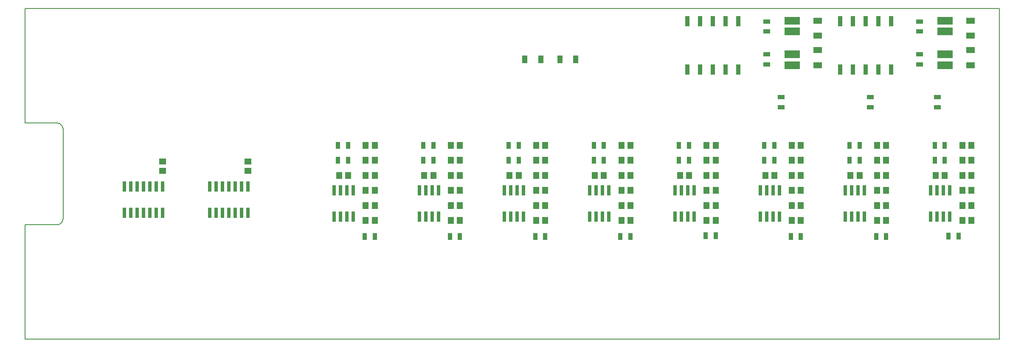
<source format=gbr>
G04 PROTEUS GERBER X2 FILE*
%TF.GenerationSoftware,Labcenter,Proteus,8.12-SP0-Build30713*%
%TF.CreationDate,2021-04-15T12:14:11+00:00*%
%TF.FileFunction,Paste,Bot*%
%TF.FilePolarity,Positive*%
%TF.Part,Single*%
%TF.SameCoordinates,{5a193cc5-51b4-4a6d-ad6d-b15ded965af5}*%
%FSLAX26Y26*%
%MOIN*%
G01*
%TA.AperFunction,Material*%
%ADD46R,0.045000X0.057000*%
%ADD47R,0.037000X0.057000*%
%TA.AperFunction,Material*%
%ADD48R,0.025000X0.080000*%
%TA.AperFunction,Material*%
%ADD49R,0.035433X0.083465*%
%TA.AperFunction,Material*%
%ADD50R,0.071000X0.045000*%
%ADD51R,0.120000X0.060000*%
%ADD52R,0.057000X0.037000*%
%ADD53R,0.057000X0.045000*%
%ADD54R,0.040000X0.060000*%
%TA.AperFunction,Profile*%
%ADD71C,0.008000*%
%TD.AperFunction*%
D46*
X+4960535Y+124071D03*
X+5031402Y+124071D03*
X+4822740Y-112150D03*
X+4751874Y-112150D03*
X+4960535Y+5961D03*
X+5031402Y+5961D03*
X+4960535Y-466480D03*
X+5031402Y-466480D03*
X+4960535Y-348370D03*
X+5031402Y-348370D03*
X+5031402Y-230260D03*
X+4960535Y-230260D03*
D47*
X+4822740Y+124071D03*
X+4744000Y+124071D03*
X+4822740Y+5961D03*
X+4744000Y+5961D03*
D48*
X+4712535Y-230260D03*
X+4762535Y-230260D03*
X+4812535Y-230260D03*
X+4862535Y-230260D03*
X+4862535Y-435260D03*
X+4812535Y-435260D03*
X+4762535Y-435260D03*
X+4712535Y-435260D03*
D46*
X+4960535Y-112150D03*
X+5031402Y-112150D03*
X+4291244Y+124071D03*
X+4362110Y+124071D03*
X+4153449Y-112150D03*
X+4082583Y-112150D03*
X+4291244Y+5961D03*
X+4362110Y+5961D03*
X+4291244Y-466480D03*
X+4362110Y-466480D03*
X+4291244Y-348370D03*
X+4362110Y-348370D03*
X+4362110Y-230260D03*
X+4291244Y-230260D03*
D47*
X+4153449Y+124071D03*
X+4074709Y+124071D03*
X+4153449Y+5961D03*
X+4074709Y+5961D03*
D48*
X+4042819Y-230260D03*
X+4092819Y-230260D03*
X+4142819Y-230260D03*
X+4192819Y-230260D03*
X+4192819Y-435260D03*
X+4142819Y-435260D03*
X+4092819Y-435260D03*
X+4042819Y-435260D03*
D46*
X+4291244Y-112150D03*
X+4362110Y-112150D03*
X+3621953Y+124071D03*
X+3692819Y+124071D03*
X+3484157Y-112150D03*
X+3413291Y-112150D03*
X+3621953Y+5961D03*
X+3692819Y+5961D03*
X+3621953Y-466480D03*
X+3692819Y-466480D03*
X+3621953Y-348370D03*
X+3692819Y-348370D03*
X+3692819Y-230260D03*
X+3621953Y-230260D03*
D47*
X+3484157Y+124071D03*
X+3405417Y+124071D03*
X+3484157Y+5961D03*
X+3405417Y+5961D03*
D48*
X+3373528Y-230260D03*
X+3423528Y-230260D03*
X+3473528Y-230260D03*
X+3523528Y-230260D03*
X+3523528Y-435260D03*
X+3473528Y-435260D03*
X+3423528Y-435260D03*
X+3373528Y-435260D03*
D46*
X+3621953Y-112150D03*
X+3692819Y-112150D03*
X+2952661Y+124071D03*
X+3023528Y+124071D03*
X+2814866Y-112150D03*
X+2744000Y-112150D03*
X+2952661Y+5961D03*
X+3023528Y+5961D03*
X+2952661Y-466480D03*
X+3023528Y-466480D03*
X+2952661Y-348370D03*
X+3023528Y-348370D03*
X+3023528Y-230260D03*
X+2952661Y-230260D03*
D47*
X+2814866Y+124071D03*
X+2736126Y+124071D03*
X+2814866Y+5961D03*
X+2736126Y+5961D03*
D48*
X+2704236Y-230260D03*
X+2754236Y-230260D03*
X+2804236Y-230260D03*
X+2854236Y-230260D03*
X+2854236Y-435260D03*
X+2804236Y-435260D03*
X+2754236Y-435260D03*
X+2704236Y-435260D03*
D46*
X+2952661Y-112150D03*
X+3023528Y-112150D03*
X+2283370Y+124071D03*
X+2354236Y+124071D03*
X+2145575Y-112150D03*
X+2074709Y-112150D03*
X+2283370Y+5961D03*
X+2354236Y+5961D03*
X+2283370Y-466480D03*
X+2354236Y-466480D03*
X+2283370Y-348370D03*
X+2354236Y-348370D03*
X+2354236Y-230260D03*
X+2283370Y-230260D03*
D47*
X+2145575Y+124071D03*
X+2066835Y+124071D03*
X+2145575Y+5961D03*
X+2066835Y+5961D03*
D48*
X+2034945Y-230260D03*
X+2084945Y-230260D03*
X+2134945Y-230260D03*
X+2184945Y-230260D03*
X+2184945Y-435260D03*
X+2134945Y-435260D03*
X+2084945Y-435260D03*
X+2034945Y-435260D03*
D46*
X+2283370Y-112150D03*
X+2354236Y-112150D03*
X+1614079Y+124071D03*
X+1684945Y+124071D03*
X+1476283Y-112150D03*
X+1405417Y-112150D03*
X+1614079Y+5961D03*
X+1684945Y+5961D03*
X+1614079Y-466480D03*
X+1684945Y-466480D03*
X+1614079Y-348370D03*
X+1684945Y-348370D03*
X+1684945Y-230260D03*
X+1614079Y-230260D03*
D47*
X+1476283Y+124071D03*
X+1397543Y+124071D03*
X+1476283Y+5961D03*
X+1397543Y+5961D03*
D48*
X+1365654Y-230260D03*
X+1415654Y-230260D03*
X+1465654Y-230260D03*
X+1515654Y-230260D03*
X+1515654Y-435260D03*
X+1465654Y-435260D03*
X+1415654Y-435260D03*
X+1365654Y-435260D03*
D46*
X+1614079Y-112150D03*
X+1684945Y-112150D03*
X+944787Y+124071D03*
X+1015654Y+124071D03*
X+806992Y-112150D03*
X+736126Y-112150D03*
X+944787Y+5961D03*
X+1015654Y+5961D03*
X+944787Y-466480D03*
X+1015654Y-466480D03*
X+944787Y-348370D03*
X+1015654Y-348370D03*
X+1015654Y-230260D03*
X+944787Y-230260D03*
D47*
X+806992Y+124071D03*
X+728252Y+124071D03*
X+806992Y+5961D03*
X+728252Y+5961D03*
D48*
X+696362Y-230260D03*
X+746362Y-230260D03*
X+796362Y-230260D03*
X+846362Y-230260D03*
X+846362Y-435260D03*
X+796362Y-435260D03*
X+746362Y-435260D03*
X+696362Y-435260D03*
D46*
X+944787Y-112150D03*
X+1015654Y-112150D03*
X+275496Y+124071D03*
X+346362Y+124071D03*
X+137701Y-112150D03*
X+66835Y-112150D03*
X+275496Y+5961D03*
X+346362Y+5961D03*
X+275496Y-466480D03*
X+346362Y-466480D03*
X+275496Y-348370D03*
X+346362Y-348370D03*
X+346362Y-230260D03*
X+275496Y-230260D03*
D47*
X+137701Y+124071D03*
X+58961Y+124071D03*
X+137701Y+5961D03*
X+58961Y+5961D03*
D48*
X+27071Y-230260D03*
X+77071Y-230260D03*
X+127071Y-230260D03*
X+177071Y-230260D03*
X+177071Y-435260D03*
X+127071Y-435260D03*
X+77071Y-435260D03*
X+27071Y-435260D03*
D46*
X+275496Y-112150D03*
X+346362Y-112150D03*
D47*
X+4850787Y-590000D03*
X+4929528Y-590000D03*
X+4283370Y-591480D03*
X+4362110Y-591480D03*
X+3614079Y-591480D03*
X+3692819Y-591480D03*
X+2945921Y-585000D03*
X+3024661Y-585000D03*
X+2275496Y-591480D03*
X+2354236Y-591480D03*
X+1606205Y-591480D03*
X+1684945Y-591480D03*
X+936913Y-591480D03*
X+1015654Y-591480D03*
X+267622Y-591480D03*
X+346362Y-591480D03*
D49*
X+2800000Y+1100000D03*
X+2900000Y+1100000D03*
X+3000000Y+1100000D03*
X+3100000Y+1100000D03*
X+3200000Y+1100000D03*
X+3200000Y+720000D03*
X+3100000Y+720000D03*
X+3000000Y+720000D03*
X+2900000Y+720000D03*
X+2800000Y+720000D03*
X+4000000Y+1100000D03*
X+4100000Y+1100000D03*
X+4200000Y+1100000D03*
X+4300000Y+1100000D03*
X+4400000Y+1100000D03*
X+4400000Y+720000D03*
X+4300000Y+720000D03*
X+4200000Y+720000D03*
X+4100000Y+720000D03*
X+4000000Y+720000D03*
D50*
X+3825000Y+755000D03*
X+3825000Y+873110D03*
X+3825000Y+1105000D03*
X+3825000Y+986890D03*
X+5025000Y+755000D03*
X+5025000Y+873110D03*
X+5025000Y+1105000D03*
X+5025000Y+986890D03*
D51*
X+3625000Y+840000D03*
X+3625000Y+755000D03*
X+3625000Y+1020000D03*
X+3625000Y+1105000D03*
X+4825000Y+840000D03*
X+4825000Y+755000D03*
X+4825000Y+1020000D03*
X+4825000Y+1105000D03*
D52*
X+3425000Y+840000D03*
X+3425000Y+761260D03*
X+3425000Y+1020000D03*
X+3425000Y+1098740D03*
X+4625000Y+840000D03*
X+4625000Y+761260D03*
X+4625000Y+1020000D03*
X+4625000Y+1098740D03*
X+4239370Y+503740D03*
X+4239370Y+425000D03*
X+3539370Y+503740D03*
X+3539370Y+425000D03*
X+4764370Y+503740D03*
X+4764370Y+425000D03*
D48*
X-1319000Y-405000D03*
X-1369000Y-405000D03*
X-1419000Y-405000D03*
X-1469000Y-405000D03*
X-1519000Y-405000D03*
X-1569000Y-405000D03*
X-1619000Y-405000D03*
X-1619000Y-200000D03*
X-1569000Y-200000D03*
X-1519000Y-200000D03*
X-1469000Y-200000D03*
X-1419000Y-200000D03*
X-1369000Y-200000D03*
X-1319000Y-200000D03*
X-649709Y-405000D03*
X-699709Y-405000D03*
X-749709Y-405000D03*
X-799709Y-405000D03*
X-849709Y-405000D03*
X-899709Y-405000D03*
X-949709Y-405000D03*
X-949709Y-200000D03*
X-899709Y-200000D03*
X-849709Y-200000D03*
X-799709Y-200000D03*
X-749709Y-200000D03*
X-699709Y-200000D03*
X-649709Y-200000D03*
D53*
X-1319000Y-4134D03*
X-1319000Y-75000D03*
X-649709Y-4134D03*
X-649709Y-75000D03*
D54*
X+1650000Y+800000D03*
X+1526000Y+800000D03*
X+1924000Y+800000D03*
X+1800000Y+800000D03*
D71*
X-2400000Y+300000D02*
X-2400000Y+1199213D01*
X-2400000Y+1200000D02*
X+5250000Y+1200000D01*
X+5250000Y-1400000D01*
X-2400000Y-1400000D01*
X-2400000Y-500000D01*
X-2100197Y+250646D02*
X-2099983Y-450000D01*
X-2400000Y-500000D02*
X-2150000Y-500000D01*
X-2100000Y-450000D02*
X-2100995Y-460223D01*
X-2103857Y-469678D01*
X-2108404Y-478180D01*
X-2114453Y-485547D01*
X-2121820Y-491595D01*
X-2130322Y-496143D01*
X-2139777Y-499005D01*
X-2150000Y-500000D01*
X-2150000Y+300000D02*
X-2139777Y+299005D01*
X-2130322Y+296143D01*
X-2121820Y+291595D01*
X-2114453Y+285547D01*
X-2108404Y+278180D01*
X-2103857Y+269678D01*
X-2100995Y+260223D01*
X-2100000Y+250000D01*
X-2400000Y+300000D02*
X-2150000Y+300000D01*
M02*

</source>
